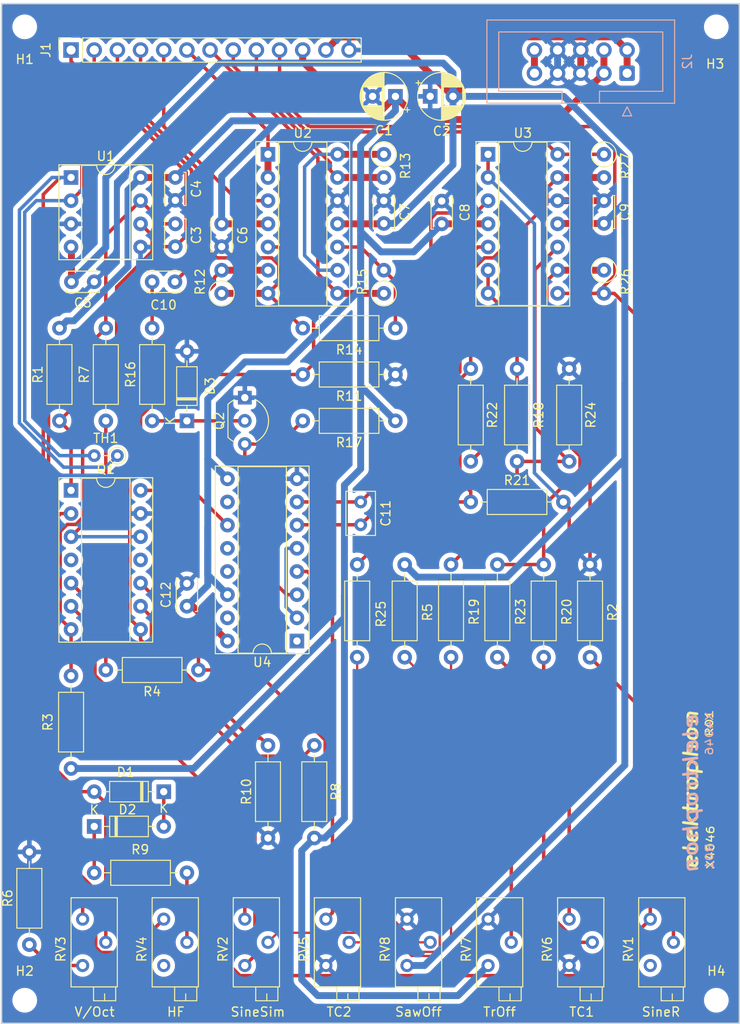
<source format=kicad_pcb>
(kicad_pcb (version 20221018) (generator pcbnew)
  (title_block (title "X4046") (date "2019-08-31") (rev "R01") (comment 1 "Original design by Thomas Henry") (comment 2 "PCB for main circuit") (comment 4 "License CC BY 4.0 - Attribution 4.0 International"))
  (layers (0 "F.Cu" signal) (31 "B.Cu" signal) (34 "B.Paste" user) (35 "F.Paste" user) (36 "B.SilkS" user "B.Silkscreen") (37 "F.SilkS" user "F.Silkscreen") (38 "B.Mask" user) (39 "F.Mask" user) (44 "Edge.Cuts" user))
  (net 0 "")
  (net 1 "GND")
  (net 2 "+15V")
  (net 3 "-15V")
  (net 4 "/LIN_FM")
  (net 5 "Net-(C3-Pad1)")
  (net 6 "/HARD_SYNC")
  (net 7 "Net-(C10-Pad1)")
  (net 8 "/CI_1")
  (net 9 "/CI_2")
  (net 10 "Net-(D1-A)")
  (net 11 "Net-(D1-K)")
  (net 12 "Net-(D2-K)")
  (net 13 "/PULSE")
  (net 14 "/SAW")
  (net 15 "/RAMPOID")
  (net 16 "/TRIANGLE")
  (net 17 "/SINE")
  (net 18 "/PWM")
  (net 19 "/SKEW")
  (net 20 "/EXP_FM")
  (net 21 "+5V")
  (net 22 "/CV")
  (net 23 "Net-(D3-K)")
  (net 24 "Net-(Q1C-C)")
  (net 25 "Net-(Q1C-B)")
  (net 26 "Net-(Q1A-E)")
  (net 27 "Net-(Q1C-E)")
  (net 30 "/SYNC")
  (net 31 "Net-(R5-Pad2)")
  (net 32 "Net-(R6-Pad1)")
  (net 33 "Net-(R9-Pad2)")
  (net 34 "Net-(Q1D-E)")
  (net 35 "Net-(Q1D-B)")
  (net 36 "Net-(U2B-+)")
  (net 37 "Net-(U2C--)")
  (net 38 "Net-(R19-Pad1)")
  (net 39 "Net-(U2C-+)")
  (net 40 "Net-(R20-Pad1)")
  (net 41 "Net-(U3C-+)")
  (net 42 "Net-(U3B--)")
  (net 43 "Net-(R23-Pad2)")
  (net 44 "Net-(R25-Pad2)")
  (net 45 "Net-(U3C--)")
  (net 46 "Net-(RV3-Pad1)")
  (net 47 "Net-(U3A--)")
  (net 48 "/VCO_OUT")
  (net 49 "Net-(U3D--)")
  (net 54 "Net-(U4-Inh)")
  (footprint "Capacitor_THT:CP_Radial_D5.0mm_P2.50mm" (layer "F.Cu") (at 93.98 60.96 180)
    (fp_text reference "C1")
    (fp_text value "10u")
  )
  (footprint "Capacitor_THT:CP_Radial_D5.0mm_P2.50mm" (layer "F.Cu") (at 97.79 60.96)
    (fp_text reference "C2")
    (fp_text value "10u")
  )
  (footprint "Capacitor_THT:C_Disc_D3.4mm_W2.1mm_P2.50mm" (layer "F.Cu") (at 69.85 74.93 -90)
    (fp_text reference "C3")
    (fp_text value "100p")
  )
  (footprint "Capacitor_THT:C_Disc_D3.4mm_W2.1mm_P2.50mm" (layer "F.Cu") (at 69.85 69.85 -90)
    (fp_text reference "C4")
    (fp_text value "0.1u")
  )
  (footprint "Capacitor_THT:C_Disc_D3.4mm_W2.1mm_P2.50mm" (layer "F.Cu") (at 60.96 81.28 180)
    (fp_text reference "C5")
    (fp_text value "0.1u")
  )
  (footprint "Capacitor_THT:C_Disc_D3.4mm_W2.1mm_P2.50mm" (layer "F.Cu") (at 74.93 74.93 -90)
    (fp_text reference "C6")
    (fp_text value "0.1u")
  )
  (footprint "Capacitor_THT:C_Disc_D3.4mm_W2.1mm_P2.50mm" (layer "F.Cu") (at 92.71 72.39 -90)
    (fp_text reference "C7")
    (fp_text value "0.1u")
  )
  (footprint "Capacitor_THT:C_Disc_D3.4mm_W2.1mm_P2.50mm" (layer "F.Cu") (at 99.06 74.93 90)
    (fp_text reference "C8")
    (fp_text value "0.1u")
  )
  (footprint "Capacitor_THT:C_Disc_D3.4mm_W2.1mm_P2.50mm" (layer "F.Cu") (at 116.84 72.39 -90)
    (fp_text reference "C9")
    (fp_text value "0.1u")
  )
  (footprint "Capacitor_THT:C_Disc_D3.4mm_W2.1mm_P2.50mm" (layer "F.Cu") (at 67.31 81.28)
    (fp_text reference "C10")
    (fp_text value "470p")
  )
  (footprint "Capacitor_THT:C_Rect_L4.6mm_W3.0mm_P2.50mm_MKS02_FKP02" (layer "F.Cu") (at 90.17 105.41 -90)
    (fp_text reference "C11")
    (fp_text value "0.01u (Mylar)")
  )
  (footprint "Diode_THT:D_DO-35_SOD27_P7.62mm_Horizontal" (layer "F.Cu") (at 68.58 137.16 180)
    (fp_text reference "D1")
    (fp_text value "1N4148")
  )
  (footprint "Diode_THT:D_DO-35_SOD27_P7.62mm_Horizontal" (layer "F.Cu") (at 60.96 140.97)
    (fp_text reference "D2")
    (fp_text value "1N4148")
  )
  (footprint "Diode_THT:D_DO-35_SOD27_P7.62mm_Horizontal" (layer "F.Cu") (at 71.12 96.52 90)
    (fp_text reference "D3")
    (fp_text value "1N4148")
  )
  (footprint "Connector_PinSocket_2.54mm:PinSocket_1x13_P2.54mm_Vertical" (layer "F.Cu") (at 58.42 55.88 90)
    (fp_text reference "J1")
    (fp_text value "01x13 Female")
  )
  (footprint "Package_TO_SOT_THT:TO-92_Inline_Wide" (layer "F.Cu") (at 77.47 93.98 -90)
    (fp_text reference "Q2")
    (fp_text value "2N3904")
  )
  (footprint "Resistor_THT:R_Axial_DIN0207_L6.3mm_D2.5mm_P10.16mm_Horizontal" (layer "F.Cu") (at 57.15 96.52 90)
    (fp_text reference "R1")
    (fp_text value "1.5meg")
  )
  (footprint "Resistor_THT:R_Axial_DIN0207_L6.3mm_D2.5mm_P10.16mm_Horizontal" (layer "F.Cu") (at 115.316 112.268 -90)
    (fp_text reference "R2")
    (fp_text value "2.2k")
  )
  (footprint "Resistor_THT:R_Axial_DIN0207_L6.3mm_D2.5mm_P10.16mm_Horizontal" (layer "F.Cu") (at 58.42 124.46 -90)
    (fp_text reference "R3")
    (fp_text value "10k")
  )
  (footprint "Resistor_THT:R_Axial_DIN0207_L6.3mm_D2.5mm_P10.16mm_Horizontal" (layer "F.Cu") (at 72.39 123.825 180)
    (fp_text reference "R4")
    (fp_text value "390")
  )
  (footprint "Resistor_THT:R_Axial_DIN0207_L6.3mm_D2.5mm_P10.16mm_Horizontal" (layer "F.Cu") (at 94.996 112.268 -90)
    (fp_text reference "R5")
    (fp_text value "18k")
  )
  (footprint "Resistor_THT:R_Axial_DIN0207_L6.3mm_D2.5mm_P10.16mm_Horizontal" (layer "F.Cu") (at 53.848 153.924 90)
    (fp_text reference "R6")
    (fp_text value "390")
  )
  (footprint "Resistor_THT:R_Axial_DIN0207_L6.3mm_D2.5mm_P10.16mm_Horizontal" (layer "F.Cu") (at 62.23 96.52 90)
    (fp_text reference "R7")
    (fp_text value "12k")
  )
  (footprint "Resistor_THT:R_Axial_DIN0207_L6.3mm_D2.5mm_P10.16mm_Horizontal" (layer "F.Cu") (at 85.09 132.08 -90)
    (fp_text reference "R8")
    (fp_text value "10k")
  )
  (footprint "Resistor_THT:R_Axial_DIN0207_L6.3mm_D2.5mm_P10.16mm_Horizontal" (layer "F.Cu") (at 60.96 146.05)
    (fp_text reference "R9")
    (fp_text value "10k")
  )
  (footprint "Resistor_THT:R_Axial_DIN0207_L6.3mm_D2.5mm_P10.16mm_Horizontal" (layer "F.Cu") (at 80.01 142.24 90)
    (fp_text reference "R10")
    (fp_text value "2.2k")
  )
  (footprint "Resistor_THT:R_Axial_DIN0207_L6.3mm_D2.5mm_P10.16mm_Horizontal" (layer "F.Cu") (at 93.98 91.44 180)
    (fp_text reference "R11")
    (fp_text value "10k")
  )
  (footprint "Resistor_THT:R_Axial_DIN0207_L6.3mm_D2.5mm_P2.54mm_Vertical" (layer "F.Cu") (at 74.93 82.55 90)
    (fp_text reference "R12")
    (fp_text value "10k")
  )
  (footprint "Resistor_THT:R_Axial_DIN0207_L6.3mm_D2.5mm_P2.54mm_Vertical" (layer "F.Cu") (at 92.71 67.31 -90)
    (fp_text reference "R13")
    (fp_text value "120k")
  )
  (footprint "Resistor_THT:R_Axial_DIN0207_L6.3mm_D2.5mm_P10.16mm_Horizontal" (layer "F.Cu") (at 93.98 86.36 180)
    (fp_text reference "R14")
    (fp_text value "2.2k")
  )
  (footprint "Resistor_THT:R_Axial_DIN0207_L6.3mm_D2.5mm_P2.54mm_Vertical" (layer "F.Cu") (at 92.71 82.55 90)
    (fp_text reference "R15")
    (fp_text value "2.2meg")
  )
  (footprint "Resistor_THT:R_Axial_DIN0207_L6.3mm_D2.5mm_P10.16mm_Horizontal" (layer "F.Cu") (at 67.31 96.52 90)
    (fp_text reference "R16")
    (fp_text value "100k")
  )
  (footprint "Resistor_THT:R_Axial_DIN0207_L6.3mm_D2.5mm_P10.16mm_Horizontal" (layer "F.Cu") (at 93.98 96.52 180)
    (fp_text reference "R17")
    (fp_text value "4.7k")
  )
  (footprint "Resistor_THT:R_Axial_DIN0207_L6.3mm_D2.5mm_P10.16mm_Horizontal" (layer "F.Cu") (at 107.315 90.805 -90)
    (fp_text reference "R18")
    (fp_text value "75k")
  )
  (footprint "Resistor_THT:R_Axial_DIN0207_L6.3mm_D2.5mm_P10.16mm_Horizontal" (layer "F.Cu") (at 100.076 122.428 90)
    (fp_text reference "R19")
    (fp_text value "100k")
  )
  (footprint "Resistor_THT:R_Axial_DIN0207_L6.3mm_D2.5mm_P10.16mm_Horizontal" (layer "F.Cu") (at 110.236 122.428 90)
    (fp_text reference "R20")
    (fp_text value "33k")
  )
  (footprint "Resistor_THT:R_Axial_DIN0207_L6.3mm_D2.5mm_P10.16mm_Horizontal" (layer "F.Cu") (at 102.235 105.41)
    (fp_text reference "R21")
    (fp_text value "75k")
  )
  (footprint "Resistor_THT:R_Axial_DIN0207_L6.3mm_D2.5mm_P10.16mm_Horizontal" (layer "F.Cu") (at 102.235 90.805 -90)
    (fp_text reference "R22")
    (fp_text value "75k")
  )
  (footprint "Resistor_THT:R_Axial_DIN0207_L6.3mm_D2.5mm_P10.16mm_Horizontal" (layer "F.Cu") (at 105.156 112.268 -90)
    (fp_text reference "R23")
    (fp_text value "220k")
  )
  (footprint "Resistor_THT:R_Axial_DIN0207_L6.3mm_D2.5mm_P10.16mm_Horizontal" (layer "F.Cu") (at 113.03 90.805 -90)
    (fp_text reference "R24")
    (fp_text value "120k")
  )
  (footprint "Resistor_THT:R_Axial_DIN0207_L6.3mm_D2.5mm_P10.16mm_Horizontal" (layer "F.Cu") (at 89.789 112.268 -90)
    (fp_text reference "R25")
    (fp_text value "220k")
  )
  (footprint "Resistor_THT:R_Axial_DIN0207_L6.3mm_D2.5mm_P2.54mm_Vertical" (layer "F.Cu") (at 116.84 80.01 -90)
    (fp_text reference "R26")
    (fp_text value "100k")
  )
  (footprint "Resistor_THT:R_Axial_DIN0207_L6.3mm_D2.5mm_P2.54mm_Vertical" (layer "F.Cu") (at 116.84 67.31 -90)
    (fp_text reference "R27")
    (fp_text value "100k")
  )
  (footprint "Potentiometer_THT:Potentiometer_Bourns_3296Z_Horizontal" (layer "F.Cu") (at 121.92 151.13 90)
    (fp_text reference "RV1")
    (fp_text value "100k")
  )
  (footprint "Potentiometer_THT:Potentiometer_Bourns_3296Z_Horizontal" (layer "F.Cu") (at 59.69 151.13 90)
    (fp_text reference "RV3")
    (fp_text value "100")
  )
  (footprint "Potentiometer_THT:Potentiometer_Bourns_3296Z_Horizontal" (layer "F.Cu") (at 68.58 151.13 90)
    (fp_text reference "RV4")
    (fp_text value "100k")
  )
  (footprint "Potentiometer_THT:Potentiometer_Bourns_3296Z_Horizontal" (layer "F.Cu") (at 86.36 151.13 90)
    (fp_text reference "RV5")
    (fp_text value "100k")
  )
  (footprint "Potentiometer_THT:Potentiometer_Bourns_3296Z_Horizontal" (layer "F.Cu") (at 113.03 151.13 90)
    (fp_text reference "RV6")
    (fp_text value "100k")
  )
  (footprint "Potentiometer_THT:Potentiometer_Bourns_3296Z_Horizontal" (layer "F.Cu") (at 104.14 151.13 90)
    (fp_text reference "RV7")
    (fp_text value "100k")
  )
  (footprint "Potentiometer_THT:Potentiometer_Bourns_3296Z_Horizontal" (layer "F.Cu") (at 95.25 151.13 90)
    (fp_text reference "RV8")
    (fp_text value "100k")
  )
  (footprint "Resistor_THT:R_Axial_DIN0204_L3.6mm_D1.6mm_P2.54mm_Vertical" (layer "F.Cu") (at 63.5 100.33 180)
    (fp_text reference "TH1")
    (fp_text value "2k +3500ppm/°C PTC")
  )
  (footprint "Package_DIP:DIP-14_W7.62mm_Socket" (layer "F.Cu") (at 80.01 67.31)
    (fp_text reference "U2")
    (fp_text value "TL074")
  )
  (footprint "Package_DIP:DIP-14_W7.62mm_Socket" (layer "F.Cu") (at 104.14 67.31)
    (fp_text reference "U3")
    (fp_text value "TL074")
  )
  (footprint "Package_DIP:DIP-16_W7.62mm_Socket" (layer "F.Cu") (at 83.185 120.65 180)
    (fp_text reference "U4")
    (fp_text value "4046")
  )
  (footprint "Potentiometer_THT:Potentiometer_Bourns_3296Z_Horizontal" (layer "F.Cu") (at 77.47 151.13 90)
    (fp_text reference "RV2")
    (fp_text value "50k")
  )
  (footprint "Capacitor_THT:C_Disc_D3.4mm_W2.1mm_P2.50mm" (layer "F.Cu") (at 71.12 116.84 90)
    (fp_text reference "C12")
    (fp_text value "0.1u")
  )
  (footprint "MountingHole:MountingHole_2.2mm_M2" (layer "F.Cu") (at 53.34 53.34)
    (fp_text reference "H1")
    (fp_text value "MountingHole" hide)
  )
  (footprint "MountingHole:MountingHole_2.2mm_M2" (layer "F.Cu") (at 53.34 160.02)
    (fp_text reference "H2")
    (fp_text value "MountingHole" hide)
  )
  (footprint "MountingHole:MountingHole_2.2mm_M2" (layer "F.Cu") (at 129.16 53.34)
    (fp_text reference "H3")
    (fp_text value "MountingHole" hide)
  )
  (footprint "MountingHole:MountingHole_2.2mm_M2" (layer "F.Cu") (at 129.16 160.02)
    (fp_text reference "H4")
    (fp_text value "MountingHole" hide)
  )
  (footprint "Package_DIP:DIP-14_W7.62mm_Socket" (layer "F.Cu") (at 58.42 104.14)
    (fp_text reference "Q1")
    (fp_text value "THAT300")
  )
  (footprint "Package_DIP:DIP-8_W7.62mm_Socket" (layer "F.Cu") (at 58.42 69.85)
    (fp_text reference "U1")
    (fp_text value "LF442")
  )
  (footprint "Connector_IDC:IDC-Header_2x05_P2.54mm_Vertical" (layer "B.Cu") (at 119.38 58.42 90)
    (fp_text reference "J2")
    (fp_text value "IDC Header")
  )
  (gr_line (start 50.8 162.56) (end 131.7 162.56) (stroke (width 0.15)) (layer "Edge.Cuts"))
  (gr_line (start 50.8 50.8) (end 50.8 162.56) (stroke (width 0.15)) (layer "Edge.Cuts"))
  (gr_line (start 50.8 50.8) (end 131.7 50.8) (stroke (width 0.15)) (layer "Edge.Cuts"))
  (gr_line (start 131.7 50.8) (end 131.7 162.56) (stroke (width 0.15)) (layer "Edge.Cuts"))
  (gr_text "elektrophon" (at 126.365 137.287 90) (layer "B.SilkS") (effects (font (size 1.5 2) (thickness 0.3) italic) (justify mirror)))
  (gr_text "X4046" (at 128.397 130.81 90) (layer "B.SilkS") (effects (font (size 0.8 1)) (justify mirror)))
  (gr_text "R01" (at 128.397 144.272 90) (layer "B.SilkS") (effects (font (size 0.8 1)) (justify mirror)))
  (gr_text "R01" (at 128.397 129.667 90) (layer "F.SilkS") (effects (font (size 0.8 1))))
  (gr_text "X4046" (at 128.524 143.256 90) (layer "F.SilkS") (effects (font (size 0.8 1))))
  (gr_text "elektrophon" (at 126.365 136.906 90) (layer "F.SilkS") (effects (font (size 1.5 2) (thickness 0.3) italic)))
  (gr_text "TC1" (at 114.4 161.3) (layer "F.SilkS") (effects (font (size 1 1))))
  (gr_text "TrOff" (at 105.4 161.3) (layer "F.SilkS") (effects (font (size 1 1))))
  (gr_text "SawOff" (at 96.5 161.3) (layer "F.SilkS") (effects (font (size 1 1))))
  (gr_text "TC2" (at 87.8 161.3) (layer "F.SilkS") (effects (font (size 1 1))))
  (gr_text "SineSim" (at 78.9 161.3) (layer "F.SilkS") (effects (font (size 1 1))))
  (gr_text "SineR" (at 123.1 161.3) (layer "F.SilkS") (effects (font (size 1 1))))
  (gr_text "V/Oct" (at 61 161.3) (layer "F.SilkS") (effects (font (size 1 1))))
  (gr_text "HF" (at 69.9 161.3) (layer "F.SilkS") (effects (font (size 1 1))))
  (segment (start 115.316 112.268) (end 115.316 93.091) (width 0.381) (layer "F.Cu") (net 1))
  (segment (start 116.84 72.39) (end 111.76 72.39) (width 0.76) (layer "F.Cu") (net 1))
  (segment (start 114.3 55.88) (end 114.3 58.42) (width 0.76) (layer "F.Cu") (net 1))
  (segment (start 115.316 93.091) (end 113.03 90.805) (width 0.381) (layer "F.Cu") (net 1))
  (segment (start 111.76 58.42) (end 111.76 55.88) (width 0.76) (layer "B.Cu") (net 1))
  (segment (start 104.14 74.93) (end 99.06 74.93) (width 0.76) (layer "F.Cu") (net 2))
  (segment (start 71.12 116.84) (end 71.755 116.84) (width 0.76) (layer "F.Cu") (net 2))
  (segment (start 93.98 60.96) (end 96.52 63.5) (width 0.76) (layer "F.Cu") (net 2))
  (segment (start 66.04 69.85) (end 69.85 69.85) (width 0.76) (layer "F.Cu") (net 2))
  (segment (start 93.98 60.96) (end 92.599999 62.340001) (width 0.76) (layer "F.Cu") (net 2))
  (segment (start 96.52 63.5) (end 111.76 63.5) (width 0.76) (layer "F.Cu") (net 2))
  (segment (start 71.755 116.84) (end 75.565 120.65) (width 0.76) (layer "F.Cu") (net 2))
  (segment (start 89.010001 62.340001) (end 83.82 57.15) (width 0.76) (layer "F.Cu") (net 2))
  (segment (start 111.76 63.5) (end 116.84 58.42) (width 0.76) (layer "F.Cu") (net 2))
  (segment (start 74.93 74.93) (end 80.01 74.93) (width 0.76) (layer "F.Cu") (net 2))
  (segment (start 116.84 58.42) (end 116.84 55.88) (width 0.76) (layer "F.Cu") (net 2))
  (segment (start 92.599999 62.340001) (end 89.010001 62.340001) (width 0.76) (layer "F.Cu") (net 2))
  (segment (start 83.82 57.15) (end 83.82 55.88) (width 0.76) (layer "F.Cu") (net 2))
  (segment (start 90.17 82.052402) (end 90.17 76.2) (width 0.76) (layer "B.Cu") (net 2))
  (segment (start 90.17 76.2) (end 90.17 87.884) (width 0.76) (layer "B.Cu") (net 2))
  (segment (start 58.722401 85.560001) (end 64.659999 79.622403) (width 0.76) (layer "B.Cu") (net 2))
  (segment (start 69.85 69.85) (end 76.055 63.645) (width 0.76) (layer "B.Cu") (net 2))
  (segment (start 88.392 118.087002) (end 88.392 115.697) (width 0.76) (layer "B.Cu") (net 2))
  (segment (start 104.14 156.21) (end 100.838 159.512) (width 0.76) (layer "B.Cu") (net 2))
  (segment (start 92.4 78) (end 90.17 75.77) (width 0.76) (layer "B.Cu") (net 2))
  (segment (start 73.406 100.711) (end 73.406 94.144) (width 0.76) (layer "B.Cu") (net 2))
  (segment (start 90.17 75.77) (end 90.17 74.295) (width 0.76) (layer "B.Cu") (net 2))
  (segment (start 73.406 94.144) (end 77.490001 90.059999) (width 0.76) (layer "B.Cu") (net 2))
  (segment (start 82.162403 90.059999) (end 90.17 82.052402) (width 0.76) (layer "B.Cu") (net 2))
  (segment (start 90.17 74.295) (end 90.17 76.2) (width 0.76) (layer "B.Cu") (net 2))
  (segment (start 95.99 78) (end 92.4 78) (width 0.76) (layer "B.Cu") (net 2))
  (segment (start 93.98 62.52) (end 90.17 66.33) (width 0.76) (layer "B.Cu") (net 2))
  (segment (start 85.09 142.24) (end 86.22137 142.24) (width 0.76) (layer "B.Cu") (net 2))
  (segment (start 76.055 63.645) (end 84.6 63.645) (width 0.76) (layer "B.Cu") (net 2))
  (segment (start 75.565 102.87) (end 73.406 100.711) (width 0.76) (layer "B.Cu") (net 2))
  (segment (start 57.949999 85.560001) (end 58.722401 85.560001) (width 0.76) (layer "B.Cu") (net 2))
  (segment (start 100.838 159.512) (end 85.471 159.512) (width 0.76) (layer "B.Cu") (net 2))
  (segment (start 71.859002 134.62) (end 88.392 118.087002) (width 0.76) (layer "B.Cu") (net 2))
  (segment (start 74.93 69.745998) (end 81.030998 63.645) (width 0.76) (layer "B.Cu") (net 2))
  (segment (start 90.17 66.33) (end 90.17 74.295) (width 0.76) (layer "B.Cu") (net 2))
  (segment (start 73.406 113.411) (end 73.406 111.506) (width 0.76) (layer "B.Cu") (net 2))
  (segment (start 85.471 159.512) (end 83.709999 157.750999) (width 0.76) (layer "B.Cu") (net 2))
  (segment (start 64.659999 79.622403) (end 64.659999 71.230001) (width 0.76) (layer "B.Cu") (net 2))
  (segment (start 83.709999 157.750999) (end 83.709999 143.620001) (width 0.76) (layer "B.Cu") (net 2))
  (segment (start 90.17 92.71) (end 90.17 87.884) (width 0.76) (layer "B.Cu") (net 2))
  (segment (start 73.406 114.554) (end 73.406 110.744) (width 0.76) (layer "B.Cu") (net 2))
  (segment (start 90.17 101.78) (end 90.17 87.884) (width 0.76) (layer "B.Cu") (net 2))
  (segment (start 84.6 63.645) (end 92.855 63.645) (width 0.76) (layer "B.Cu") (net 2))
  (segment (start 73.406 108.204) (end 73.406 100.711) (width 0.76) (layer "B.Cu") (net 2))
  (segment (start 77.490001 90.059999) (end 82.162403 90.059999) (width 0.76) (layer "B.Cu") (net 2))
  (segment (start 93.98 60.96) (end 93.98 62.52) (width 0.76) (layer "B.Cu") (net 2))
  (segment (start 58.42 134.62) (end 71.859002 134.62) (width 0.76) (layer "B.Cu") (net 2))
  (segment (start 88.392 115.697) (end 88.392 103.558) (width 0.76) (layer "B.Cu") (net 2))
  (segment (start 88.392 103.558) (end 90.17 101.78) (width 0.76) (layer "B.Cu") (net 2))
  (segment (start 75.565 115.57) (end 73.406 113.411) (width 0.76) (layer "B.Cu") (net 2))
  (segment (start 83.709999 143.620001) (end 85.09 142.24) (width 0.76) (layer "B.Cu") (net 2))
  (segment (start 93.98 96.52) (end 90.17 92.71) (width 0.76) (layer "B.Cu") (net 2))
  (segment (start 73.406 113.411) (end 73.406 108.204) (width 0.76) (layer "B.Cu") (net 2))
  (segment (start 86.22137 142.24) (end 88.392 140.06937) (width 0.76) (layer "B.Cu") (net 2))
  (segment (start 73.406 111.506) (end 73.406 110.744) (width 0.76) (layer "B.Cu") (net 2))
  (segment (start 71.12 116.84) (end 73.406 114.554) (width 0.76) (layer "B.Cu") (net 2))
  (segment (start 81.030998 63.645) (end 84.6 63.645) (width 0.76) (layer "B.Cu") (net 2))
  (segment (start 99.06 74.93) (end 95.99 78) (width 0.76) (layer "B.Cu") (net 2))
  (segment (start 93.98 62.52) (end 92.855 63.645) (width 0.76) (layer "B.Cu") (net 2))
  (segment (start 57.15 86.36) (end 57.949999 85.560001) (width 0.76) (layer "B.Cu") (net 2))
  (segment (start 88.392 140.06937) (end 88.392 115.697) (width 0.76) (layer "B.Cu") (net 2))
  (segment (start 73.406 110.744) (end 73.406 108.204) (width 0.76) (layer "B.Cu") (net 2))
  (segment (start 64.659999 71.230001) (end 66.04 69.85) (width 0.76) (layer "B.Cu") (net 2))
  (segment (start 74.93 74.93) (end 74.93 69.745998) (width 0.76) (layer "B.Cu") (net 2))
  (segment (start 96.640001 57.270001) (end 93.819999 54.449999) (width 0.76) (layer "F.Cu") (net 3))
  (segment (start 92.67 74.93) (end 92.71 74.89) (width 0.76) (layer "F.Cu") (net 3))
  (segment (start 87.63 74.93) (end 92.67 74.93) (width 0.76) (layer "F.Cu") (net 3))
  (segment (start 116.84 74.89) (end 111.8 74.89) (width 0.76) (layer "F.Cu") (net 3))
  (segment (start 106.813601 54.436399) (end 100.29 60.96) (width 0.76) (layer "F.Cu") (net 3))
  (segment (start 93.819999 54.449999) (end 87.790001 54.449999) (width 0.76) (layer "F.Cu") (net 3))
  (segment (start 87.790001 54.449999) (end 86.36 55.88) (width 0.76) (layer "F.Cu") (net 3))
  (segment (start 117.936399 54.436399) (end 106.813601 54.436399) (width 0.76) (layer "F.Cu") (net 3))
  (segment (start 119.38 55.88) (end 117.936399 54.436399) (width 0.76) (layer "F.Cu") (net 3))
  (segment (start 58.46 81.28) (end 58.46 77.51) (width 0.76) (layer "F.Cu") (net 3))
  (segment (start 58.46 77.51) (end 58.42 77.47) (width 0.76) (layer "F.Cu") (net 3))
  (segment (start 96.640001 57.310001) (end 96.640001 57.270001) (width 0.76) (layer "F.Cu") (net 3))
  (segment (start 100.29 60.96) (end 96.640001 57.310001) (width 0.76) (layer "F.Cu") (net 3))
  (segment (start 111.8 74.89) (end 111.76 74.93) (width 0.76) (layer "F.Cu") (net 3))
  (segment (start 119.38 55.88) (end 119.38 58.42) (width 0.76) (layer "F.Cu") (net 3))
  (segment (start 100.29 60.96) (end 100.29 58.38) (width 0.76) (layer "B.Cu") (net 3))
  (segment (start 100.29 68.46) (end 100.29 60.96) (width 0.76) (layer "B.Cu") (net 3))
  (segment (start 62.23 69.85) (end 62.23 77.51) (width 0.76) (layer "B.Cu") (net 3))
  (segment (start 100.29 58.38) (end 99.220001 57.310001) (width 0.76) (layer "B.Cu") (net 3))
  (segment (start 74.769999 57.310001) (end 62.23 69.85) (width 0.76) (layer "B.Cu") (net 3))
  (segment (start 116.84 74.89) (end 119.131201 72.598799) (width 0.76) (layer "B.Cu") (net 3))
  (segment (start 62.23 77.51) (end 58.46 81.28) (width 0.76) (layer "B.Cu") (net 3))
  (segment (start 106.199401 113.648001) (end 119.131201 100.716201) (width 0.76) (layer "B.Cu") (net 3))
  (segment (start 96.376001 113.648001) (end 106.199401 113.648001) (width 0.76) (layer "B.Cu") (net 3))
  (segment (start 119.131201 100.716201) (end 119.131201 92.397701) (width 0.76) (layer "B.Cu") (net 3))
  (segment (start 97.174002 156.21) (end 119.131201 134.252801) (width 0.76) (layer "B.Cu") (net 3))
  (segment (start 119.131201 92.397701) (end 119.131201 76.275) (width 0.76) (layer "B.Cu") (net 3))
  (segment (start 99.220001 57.310001) (end 74.769999 57.310001) (width 0.76) (layer "B.Cu") (net 3))
  (segment (start 95.25 156.21) (end 97.174002 156.21) (width 0.76) (layer "B.Cu") (net 3))
  (segment (start 92.71 74.89) (end 93.86 74.89) (width 0.76) (layer "B.Cu") (net 3))
  (segment (start 119.131201 67.649586) (end 112.441615 60.96) (width 0.76) (layer "B.Cu") (net 3))
  (segment (start 119.131201 76.275) (end 119.131201 72.598799) (width 0.76) (layer "B.Cu") (net 3))
  (segment (start 119.131201 134.252801) (end 119.131201 92.397701) (width 0.76) (layer "B.Cu") (net 3))
  (segment (start 112.441615 60.96) (end 100.29 60.96) (width 0.76) (layer "B.Cu") (net 3))
  (segment (start 93.86 74.89) (end 100.29 68.46) (width 0.76) (layer "B.Cu") (net 3))
  (segment (start 94.996 112.268) (end 96.376001 113.648001) (width 0.76) (layer "B.Cu") (net 3))
  (segment (start 119.131201 76.275) (end 119.131201 67.649586) (width 0.76) (layer "B.Cu") (net 3))
  (segment (start 71.0405 69.27855) (end 60.96 59.19805) (width 0.381) (layer "F.Cu") (net 4))
  (segment (start 67.31 76.2) (end 66.04 74.93) (width 0.381) (layer "F.Cu") (net 4))
  (segment (start 63.420501 90.249499) (end 63.420501 81.851441) (width 0.381) (layer "F.Cu") (net 4))
  (segment (start 68.54 77.43) (end 67.31 76.2) (width 0.381) (layer "F.Cu") (net 4))
  (segment (start 69.85 77.43) (end 68.54 77.43) (width 0.381) (layer "F.Cu") (net 4))
  (segment (start 58.42 97.79) (end 57.15 96.52) (width 0.381) (layer "F.Cu") (net 4))
  (segment (start 57.15 96.52) (end 63.420501 90.249499) (width 0.381) (layer "F.Cu") (net 4))
  (segment (start 67.31 77.961942) (end 67.31 76.2) (width 0.381) (layer "F.Cu") (net 4))
  (segment (start 63.420501 81.851441) (end 67.31 77.961942) (width 0.381) (layer "F.Cu") (net 4))
  (segment (start 58.42 104.14) (end 58.42 97.79) (width 0.381) (layer "F.Cu") (net 4))
  (segment (start 60.96 59.19805) (end 60.96 55.88) (width 0.381) (layer "F.Cu") (net 4))
  (segment (start 69.85 77.43) (end 71.0405 76.2395) (width 0.381) (layer "F.Cu") (net 4))
  (segment (start 71.0405 76.2395) (end 71.0405 69.27855) (width 0.381) (layer "F.Cu") (net 4))
  (segment (start 55.953014 142.804964) (end 61.119499 147.971449) (width 0.381) (layer "F.Cu") (net 5))
  (segment (start 61.696959 154.780501) (end 64.929499 154.780501) (width 0.381) (layer "F.Cu") (net 5))
  (segment (start 62.23 86.36) (end 62.23 76.2) (width 0.381) (layer "F.Cu") (net 5))
  (segment (start 64.929499 154.780501) (end 68.58 151.13) (width 0.381) (layer "F.Cu") (net 5))
  (segment (start 62.23 76.2) (end 66.04 72.39) (width 0.381) (layer "F.Cu") (net 5))
  (segment (start 68.58 74.93) (end 66.04 72.39) (width 0.381) (layer "F.Cu") (net 5))
  (segment (start 61.119499 147.971449) (end 61.119499 154.203041) (width 0.381) (layer "F.Cu") (net 5))
  (segment (start 62.23 86.36) (end 55.953014 92.636986) (width 0.381) (layer "F.Cu") (net 5))
  (segment (start 55.953014 92.636986) (end 55.953014 142.804964) (width 0.381) (layer "F.Cu") (net 5))
  (segment (start 61.119499 154.203041) (end 61.696959 154.780501) (width 0.381) (layer "F.Cu") (net 5))
  (segment (start 69.85 74.93) (end 68.58 74.93) (width 0.381) (layer "F.Cu") (net 5))
  (segment (start 71.621511 79.468489) (end 71.621511 69.037888) (width 0.381) (layer "F.Cu") (net 6))
  (segment (start 63.5 60.916377) (end 63.5 55.88) (width 0.381) (layer "F.Cu") (net 6))
  (segment (start 71.621511 69.037888) (end 63.5 60.916377) (width 0.381) (layer "F.Cu") (net 6))
  (segment (start 69.81 81.28) (end 71.621511 79.468489) (width 0.381) (layer "F.Cu") (net 6))
  (segment (start 67.31 86.36) (end 67.31 81.28) (width 0.381) (layer "F.Cu") (net 7))
  (segment (start 90.17 107.91) (end 83.225 107.91) (width 0.381) (layer "F.Cu") (net 8))
  (segment (start 100.463488 91.754839) (end 101.044499 91.173829) (width 0.381) (layer "F.Cu") (net 8))
  (segment (start 100.463488 97.616512) (end 100.463488 91.754839) (width 0.381) (layer "F.Cu") (net 8))
  (segment (start 90.17 107.91) (end 100.463488 97.616512) (width 0.381) (layer "F.Cu") (net 8))
  (segment (start 101.044499 79.434131) (end 103.00863 77.47) (width 0.381) (layer "F.Cu") (net 8))
  (segment (start 103.00863 77.47) (end 104.14 77.47) (width 0.381) (layer "F.Cu") (net 8))
  (segment (start 101.044499 91.173829) (end 101.044499 79.434131) (width 0.381) (layer "F.Cu") (net 8))
  (segment (start 83.225 107.91) (end 83.185 107.95) (width 0.381) (layer "F.Cu") (net 8))
  (segment (start 90.17 105.41) (end 97.869499 97.710501) (width 0.381) (layer "F.Cu") (net 9))
  (segment (start 98.488559 73.739499) (end 102.790501 73.739499) (width 0.381) (layer "F.Cu") (net 9))
  (segment (start 83.185 105.41) (end 90.17 105.41) (width 0.381) (layer "F.Cu") (net 9))
  (segment (start 97.869499 97.710501) (end 97.869499 74.358559) (width 0.381) (layer "F.Cu") (net 9))
  (segment (start 102.790501 73.739499) (end 104.14 72.39) (width 0.381) (layer "F.Cu") (net 9))
  (segment (start 97.869499 74.358559) (end 98.488559 73.739499) (width 0.381) (layer "F.Cu") (net 9))
  (segment (start 62.23 138.43) (end 60.96 137.16) (width 0.381) (layer "F.Cu") (net 10))
  (segment (start 56.534025 134.495967) (end 59.198058 137.16) (width 0.381) (layer "F.Cu") (net 10))
  (segment (start 56.534025 107.434605) (end 56.534025 134.495967) (width 0.381) (layer "F.Cu") (net 10))
  (segment (start 62.23 153.67) (end 62.23 138.43) (width 0.381) (layer "F.Cu") (net 10))
  (segment (start 57.28863 106.68) (end 56.534025 107.434605) (width 0.381) (layer "F.Cu") (net 10))
  (segment (start 58.42 106.68) (end 57.28863 106.68) (width 0.381) (layer "F.Cu") (net 10))
  (segment (start 59.198058 137.16) (end 60.96 137.16) (width 0.381) (layer "F.Cu") (net 10))
  (segment (start 68.58 137.16) (end 68.58 140.97) (width 0.381) (layer "F.Cu") (net 11))
  (segment (start 60.96 140.97) (end 60.96 146.05) (width 0.381) (layer "F.Cu") (net 12))
  (segment (start 73.66 55.88) (end 85.479489 67.699489) (width 0.381) (layer "F.Cu") (net 13))
  (segment (start 85.479489 80.399489) (end 87.63 82.55) (width 0.381) (layer "F.Cu") (net 13))
  (segment (start 87.63 82.55) (end 92.71 82.55) (width 0.76) (layer "F.Cu") (net 13))
  (segment (start 85.479489 67.699489) (end 85.479489 80.399489) (width 0.381) (layer "F.Cu") (net 13))
  (segment (start 116.84 67.31) (end 111.76 67.31) (width 0.381) (layer "F.Cu") (net 14))
  (segment (start 109.301522 64.851522) (end 84.274866 64.851522) (width 0.381) (layer "F.Cu") (net 14))
  (segment (start 84.274866 64.851522) (end 78.74 59.316655) (width 0.381) (layer "F.Cu") (net 14))
  (segment (start 78.74 59.316655) (end 78.74 55.88) (width 0.381) (layer "F.Cu") (net 14))
  (segment (start 111.76 67.31) (end 109.301522 64.851522) (width 0.381) (layer "F.Cu") (net 14))
  (segment (start 80.01 67.31) (end 80.01 69.85) (width 0.76) (layer "F.Cu") (net 15))
  (segment (start 80.01 64.77) (end 71.12 55.88) (width 0.381) (layer "F.Cu") (net 15))
  (segment (start 80.01 67.31) (end 80.01 64.77) (width 0.381) (layer "F.Cu") (net 15))
  (segment (start 115.562453 64.270511) (end 84.515529 64.270511) (width 0.381) (layer "F.Cu") (net 16))
  (segment (start 84.515529 64.270511) (end 81.28 61.034982) (width 0.381) (layer "F.Cu") (net 16))
  (segment (start 117.97137 82.55) (end 124.46 89.03863) (width 0.381) (layer "F.Cu") (net 16))
  (segment (start 81.28 61.034982) (end 81.28 55.88) (width 0.381) (layer "F.Cu") (net 16))
  (segment (start 116.061942 82.55) (end 118.030501 80.581441) (width 0.381) (layer "F.Cu") (net 16))
  (segment (start 124.46 89.03863) (end 124.46 153.67) (width 0.381) (layer "F.Cu") (net 16))
  (segment (start 111.76 82.55) (end 116.061942 82.55) (width 0.381) (layer "F.Cu") (net 16))
  (segment (start 118.030501 66.738559) (end 115.562453 64.270511) (width 0.381) (layer "F.Cu") (net 16))
  (segment (start 118.030501 80.581441) (end 118.030501 66.738559) (width 0.381) (layer "F.Cu") (net 16))
  (segment (start 116.84 82.55) (end 117.97137 82.55) (width 0.381) (layer "F.Cu") (net 16))
  (segment (start 116.84 82.55) (end 116.15101 82.55) (width 0.381) (layer "F.Cu") (net 16))
  (segment (start 80.422443 78.660501) (end 74.398559 78.660501) (width 0.381) (layer "F.Cu") (net 17))
  (segment (start 81.200501 81.359499) (end 81.200501 79.438559) (width 0.381) (layer "F.Cu") (net 17))
  (segment (start 80.01 82.55) (end 81.200501 81.359499) (width 0.381) (layer "F.Cu") (net 17))
  (segment (start 66.04 55.88) (end 66.04 62.634705) (width 0.381) (layer "F.Cu") (net 17))
  (segment (start 66.04 62.634705) (end 73.457648 70.052352) (width 0.381) (layer "F.Cu") (net 17))
  (segment (start 74.398559 78.660501) (end 73.457648 77.71959) (width 0.381) (layer "F.Cu") (net 17))
  (segment (start 81.200501 79.438559) (end 80.422443 78.660501) (width 0.381) (layer "F.Cu") (net 17))
  (segment (start 74.93 82.55) (end 80.01 82.55) (width 0.76) (layer "F.Cu") (net 17))
  (segment (start 80.01 82.55) (end 83.82 86.36) (width 0.381) (layer "F.Cu") (net 17))
  (segment (start 73.457648 77.71959) (end 73.457648 70.052352) (width 0.381) (layer "F.Cu") (net 17))
  (segment (start 86.830001 68.228329) (end 76.2 57.598328) (width 0.381) (layer "F.Cu") (net 18))
  (segment (start 87.63 69.85) (end 86.830001 69.050001) (width 0.381) (layer "F.Cu") (net 18))
  (segment (start 86.830001 69.050001) (end 86.830001 68.228329) (width 0.381) (layer "F.Cu") (net 18))
  (segment (start 76.2 57.598328) (end 76.2 55.88) (width 0.381) (layer "F.Cu") (net 18))
  (segment (start 87.63 69.85) (end 92.71 69.85) (width 0.76) (layer "F.Cu") (net 18))
  (segment (start 68.58 64.258173) (end 68.58 55.88) (width 0.381) (layer "F.Cu") (net 19))
  (segment (start 76.711827 72.39) (end 68.58 64.258173) (width 0.381) (layer "F.Cu") (net 19))
  (segment (start 80.01 72.39) (end 76.711827 72.39) (width 0.381) (layer "F.Cu") (net 19))
  (segment (start 58.42 72.39) (end 59.610501 71.199499) (width 0.381) (layer "F.Cu") (net 20))
  (segment (start 59.610501 71.199499) (end 59.610501 58.301501) (width 0.381) (layer "F.Cu") (net 20))
  (segment (start 58.42 57.111) (end 58.42 55.88) (width 0.381) (layer "F.Cu") (net 20))
  (segment (start 59.610501 58.301501) (end 58.42 57.111) (width 0.381) (layer "F.Cu") (net 20))
  (segment (start 57.15 100.33) (end 53.34 96.52) (width 0.381) (layer "B.Cu") (net 20))
  (segment (start 53.34 96.52) (end 53.34 73.66) (width 0.381) (layer "B.Cu") (net 20))
  (segment (start 53.34 73.66) (end 54.61 72.39) (width 0.381) (layer "B.Cu") (net 20))
  (segment (start 60.96 100.33) (end 57.15 100.33) (width 0.381) (layer "B.Cu") (net 20))
  (segment (start 54.61 72.39) (end 58.42 72.39) (width 0.381) (layer "B.Cu") (net 20))
  (segment (start 109.22 55.88) (end 109.22 58.42) (width 0.76) (layer "F.Cu") (net 21))
  (segment (start 71.755 104.14) (end 75.565 107.95) (width 0.381) (layer "F.Cu") (net 22))
  (segment (start 66.04 104.14) (end 71.755 104.14) (width 0.381) (layer "F.Cu") (net 22))
  (segment (start 71.12 96.52) (end 67.31 96.52) (width 0.381) (layer "F.Cu") (net 23))
  (segment (start 77.47 96.52) (end 71.12 96.52) (width 0.381) (layer "F.Cu") (net 23))
  (segment (start 74.93 80.01) (end 74.130001 80.809999) (width 0.381) (layer "F.Cu") (net 24))
  (segment (start 59.69 96.028058) (end 59.69 107.128328) (width 0.381) (layer "F.Cu") (net 24))
  (segment (start 58.42 124.46) (end 58.42 119.38) (width 0.381) (layer "F.Cu") (net 24))
  (segment (start 58.947827 107.870501) (end 59.69 107.128328) (width 0.381) (layer "F.Cu") (net 24))
  (segment (start 74.130001 80.809999) (end 74.130001 81.588057) (width 0.381) (layer "F.Cu") (net 24))
  (segment (start 57.229499 118.189499) (end 57.229499 108.648559) (width 0.381) (layer "F.Cu") (net 24))
  (segment (start 58.42 119.38) (end 57.229499 118.189499) (width 0.381) (layer "F.Cu") (net 24))
  (segment (start 80.01 80.01) (end 74.93 80.01) (width 0.76) (layer "F.Cu") (net 24))
  (segment (start 57.229499 108.648559) (end 58.007557 107.870501) (width 0.381) (layer "F.Cu") (net 24))
  (segment (start 58.007557 107.870501) (end 58.947827 107.870501) (width 0.381) (layer "F.Cu") (net 24))
  (segment (start 74.130001 81.588057) (end 59.69 96.028058) (width 0.381) (layer "F.Cu") (net 24))
  (segment (start 73.731529 137.088471) (end 73.731529 154.115071) (width 0.381) (layer "F.Cu") (net 25))
  (segment (start 115.729499 157.320501) (end 121.92 151.13) (width 0.381) (layer "F.Cu") (net 25))
  (segment (start 61.039499 119.459499) (end 58.42 116.84) (width 0.381) (layer "F.Cu") (net 25))
  (segment (start 73.731529 154.115071) (end 76.936959 157.320501) (width 0.381) (layer "F.Cu") (net 25))
  (segment (start 121.92 151.13) (end 121.92 129.032) (width 0.381) (layer "F.Cu") (net 25))
  (segment (start 76.936959 157.320501) (end 115.729499 157.320501) (width 0.381) (layer "F.Cu") (net 25))
  (segment (start 61.039499 124.396441) (end 61.039499 119.459499) (width 0.381) (layer "F.Cu") (net 25))
  (segment (start 121.92 129.032) (end 115.316 122.428) (width 0.381) (layer "F.Cu") (net 25))
  (segment (start 73.731529 137.088471) (end 61.039499 124.396441) (width 0.381) (layer "F.Cu") (net 25))
  (segment (start 62.23 96.52) (end 62.23 105.41) (width 0.381) (layer "F.Cu") (net 26))
  (segment (start 62.23 105.41) (end 58.42 109.22) (width 0.381) (layer "F.Cu") (net 26))
  (segment (start 58.42 109.22) (end 66.04 109.22) (width 0.381) (layer "B.Cu") (net 26))
  (segment (start 59.69 115.57) (end 58.42 114.3) (width 0.381) (layer "F.Cu") (net 27))
  (segment (start 77.47 151.13) (end 77.47 133.35) (width 0.381) (layer "F.Cu") (net 27))
  (segment (start 62.23 118.11) (end 59.69 115.57) (width 0.381) (layer "F.Cu") (net 27))
  (segment (start 59.69 115.57) (end 77.47 133.35) (width 0.381) (layer "F.Cu") (net 27))
  (segment (start 62.23 123.825) (end 62.23 118.11) (width 0.381) (layer "F.Cu") (net 27))
  (segment (start 81.28 99.06) (end 83.82 96.52) (width 0.381) (layer "F.Cu") (net 30))
  (segment (start 77.47 99.06) (end 81.28 99.06) (width 0.381) (layer "F.Cu") (net 30))
  (segment (start 82.05363 115.57) (end 83.185 115.57) (width 0.381) (layer "F.Cu") (net 30))
  (segment (start 77.47 99.06) (end 77.47 110.98637) (width 0.381) (layer "F.Cu") (net 30))
  (segment (start 77.47 110.98637) (end 82.05363 115.57) (width 0.381) (layer "F.Cu") (net 30))
  (segment (start 98.291601 154.715001) (end 95.938014 154.715001) (width 0.25) (layer "F.Cu") (net 31))
  (segment (start 98.835001 154.171601) (end 98.291601 154.715001) (width 0.25) (layer "F.Cu") (net 31))
  (segment (start 93.848012 152.624999) (end 81.055001 152.624999) (width 0.25) (layer "F.Cu") (net 31))
  (segment (start 95.938014 154.715001) (end 93.848012 152.624999) (width 0.25) (layer "F.Cu") (net 31))
  (segment (start 94.996 122.428) (end 98.835001 126.267001) (width 0.25) (layer "F.Cu") (net 31))
  (segment (start 98.835001 126.267001) (end 98.835001 154.171601) (width 0.25) (layer "F.Cu") (net 31))
  (segment (start 81.055001 152.624999) (end 80.01 153.67) (width 0.25) (layer "F.Cu") (net 31))
  (segment (start 56.134 156.21) (end 53.848 153.924) (width 0.381) (layer "F.Cu") (net 32))
  (segment (start 59.69 156.21) (end 56.134 156.21) (width 0.381) (layer "F.Cu") (net 32))
  (segment (start 71.12 146.05) (end 71.12 153.67) (width 0.381) (layer "F.Cu") (net 33))
  (segment (start 86.280501 133.429499) (end 86.280501 131.508559) (width 0.381) (layer "F.Cu") (net 34))
  (segment (start 72.39 120.65) (end 66.04 114.3) (width 0.381) (layer "F.Cu") (net 34))
  (segment (start 77.47 156.21) (end 78.580501 155.099499) (width 0.381) (layer "F.Cu") (net 34))
  (segment (start 78.596942 123.825) (end 72.39 123.825) (width 0.381) (layer "F.Cu") (net 34))
  (segment (start 72.39 123.825) (end 72.39 120.65) (width 0.381) (layer "F.Cu") (net 34))
  (segment (start 86.280501 131.508559) (end 78.596942 123.825) (width 0.381) (layer "F.Cu") (net 34))
  (segment (start 78.580501 155.099499) (end 78.580501 141.129499) (width 0.381) (layer "F.Cu") (net 34))
  (segment (start 78.580501 141.129499) (end 86.280501 133.429499) (width 0.381) (layer "F.Cu") (net 34))
  (segment (start 80.01 132.08) (end 79.210001 131.280001) (width 0.381) (layer "F.Cu") (net 35))
  (segment (start 79.210001 131.280001) (end 78.083059 131.280001) (width 0.381) (layer "F.Cu") (net 35))
  (segment (start 78.083059 131.280001) (end 67.230501 120.427443) (width 0.381) (layer "F.Cu") (net 35))
  (segment (start 67.230501 120.427443) (end 67.230501 118.030501) (width 0.381) (layer "F.Cu") (net 35))
  (segment (start 67.230501 118.030501) (end 66.04 116.84) (width 0.381) (layer "F.Cu") (net 35))
  (segment (start 85.010501 90.249499) (end 85.010501 81.339131) (width 0.381) (layer "F.Cu") (net 36))
  (segment (start 83.899499 133.270501) (end 78.799131 133.270501) (width 0.381) (layer "F.Cu") (net 36))
  (segment (start 66.04 96.028058) (end 70.628058 91.44) (width 0.381) (layer "F.Cu") (net 36))
  (segment (start 66.04 120.51137) (end 66.04 119.38) (width 0.381) (layer "F.Cu") (net 36))
  (segment (start 66.04 119.38) (end 64.849499 118.189499) (width 0.381) (layer "F.Cu") (net 36))
  (segment (start 64.849499 101.520501) (end 66.04 100.33) (width 0.381) (layer "F.Cu") (net 36))
  (segment (start 81.14137 77.47) (end 80.01 77.47) (width 0.381) (layer "F.Cu") (net 36))
  (segment (start 66.04 100.33) (end 66.04 96.028058) (width 0.381) (layer "F.Cu") (net 36))
  (segment (start 85.09 132.08) (end 83.899499 133.270501) (width 0.381) (layer "F.Cu") (net 36))
  (segment (start 85.010501 81.339131) (end 81.14137 77.47) (width 0.381) (layer "F.Cu") (net 36))
  (segment (start 83.82 91.44) (end 85.010501 90.249499) (width 0.381) (layer "F.Cu") (net 36))
  (segment (start 64.849499 118.189499) (end 64.849499 101.520501) (width 0.381) (layer "F.Cu") (net 36))
  (segment (start 70.628058 91.44) (end 83.82 91.44) (width 0.381) (layer "F.Cu") (net 36))
  (segment (start 78.799131 133.270501) (end 66.04 120.51137) (width 0.381) (layer "F.Cu") (net 36))
  (segment (start 92.71 67.31) (end 87.63 67.31) (width 0.76) (layer "F.Cu") (net 37))
  (segment (start 87.63 67.31) (end 85.39 67.31) (width 0.381) (layer "B.Cu") (net 37))
  (segment (start 85.39 67.31) (end 84.025 68.675) (width 0.381) (layer "B.Cu") (net 37))
  (segment (start 85.635 80.01) (end 87.63 80.01) (width 0.381) (layer "B.Cu") (net 37))
  (segment (start 84.025 78.4) (end 85.635 80.01) (width 0.381) (layer "B.Cu") (net 37))
  (segment (start 84.025 68.675) (end 84.025 78.4) (width 0.381) (layer "B.Cu") (net 37))
  (segment (start 98.478001 155.165012) (end 95.751614 155.165012) (width 0.25) (layer "F.Cu") (net 38))
  (segment (start 100.076 153.567013) (end 98.478001 155.165012) (width 0.25) (layer "F.Cu") (net 38))
  (segment (start 94.256603 153.67) (end 88.9 153.67) (width 0.25) (layer "F.Cu") (net 38))
  (segment (start 100.076 122.428) (end 100.076 153.567013) (width 0.25) (layer "F.Cu") (net 38))
  (segment (start 95.751614 155.165012) (end 94.256603 153.67) (width 0.25) (layer "F.Cu") (net 38))
  (segment (start 93.98 81.28) (end 93.98 86.36) (width 0.381) (layer "F.Cu") (net 39))
  (segment (start 92.71 80.01) (end 93.98 81.28) (width 0.381) (layer "F.Cu") (net 39))
  (segment (start 90.17 77.47) (end 92.71 80.01) (width 0.381) (layer "F.Cu") (net 39))
  (segment (start 87.63 77.47) (end 90.17 77.47) (width 0.381) (layer "F.Cu") (net 39))
  (segment (start 113.926458 153.67) (end 110.236 149.979542) (width 0.381) (layer "F.Cu") (net 40))
  (segment (start 115.57 153.67) (end 113.926458 153.67) (width 0.381) (layer "F.Cu") (net 40))
  (segment (start 110.236 149.979542) (end 110.236 122.428) (width 0.381) (layer "F.Cu") (net 40))
  (segment (start 107.315 105.029) (end 107.315 100.965) (width 0.381) (layer "F.Cu") (net 41))
  (segment (start 100.076 112.268) (end 107.315 105.029) (width 0.381) (layer "F.Cu") (net 41))
  (segment (start 109.273991 79.956009) (end 111.76 77.47) (width 0.381) (layer "F.Cu") (net 41))
  (segment (start 109.273991 97.208991) (end 109.273991 79.956009) (width 0.381) (layer "F.Cu") (net 41))
  (segment (start 107.315 100.965) (end 113.03 100.965) (width 0.381) (layer "F.Cu") (net 41))
  (segment (start 113.03 100.965) (end 109.273991 97.208991) (width 0.381) (layer "F.Cu") (net 41))
  (segment (start 104.14 82.55) (end 104.14 80.01) (width 0.381) (layer "F.Cu") (net 42))
  (segment (start 107.315 90.805) (end 107.315 85.725) (width 0.381) (layer "F.Cu") (net 42))
  (segment (start 107.315 85.725) (end 104.14 82.55) (width 0.381) (layer "F.Cu") (net 42))
  (segment (start 102.235 100.965) (end 107.315 95.885) (width 0.381) (layer "F.Cu") (net 42))
  (segment (start 107.315 95.885) (end 107.315 90.805) (width 0.381) (layer "F.Cu") (net 42))
  (segment (start 106.68 123.952) (end 105.156 122.428) (width 0.381) (layer "F.Cu") (net 43))
  (segment (start 106.68 153.67) (end 106.68 123.952) (width 0.381) (layer "F.Cu") (net 43))
  (segment (start 89.789 147.215602) (end 89.789 122.428) (width 0.25) (layer "F.Cu") (net 44))
  (segment (start 97.79 153.67) (end 96.243398 153.67) (width 0.25) (layer "F.Cu") (net 44))
  (segment (start 96.243398 153.67) (end 89.789 147.215602) (width 0.25) (layer "F.Cu") (net 44))
  (segment (start 110.569499 96.742557) (end 114.220501 100.393559) (width 0.381) (layer "F.Cu") (net 45))
  (segment (start 114.220501 101.822557) (end 110.236 105.807058) (width 0.381) (layer "F.Cu") (net 45))
  (segment (start 105.156 112.268) (end 110.236 112.268) (width 0.381) (layer "F.Cu") (net 45))
  (segment (start 111.76 80.01) (end 116.84 80.01) (width 0.76) (layer "F.Cu") (net 45))
  (segment (start 114.220501 100.393559) (end 114.220501 101.822557) (width 0.381) (layer "F.Cu") (net 45))
  (segment (start 110.569499 81.200501) (end 110.569499 96.742557) (width 0.381) (layer "F.Cu") (net 45))
  (segment (start 111.76 80.01) (end 110.569499 81.200501) (width 0.381) (layer "F.Cu") (net 45))
  (segment (start 110.236 105.807058) (end 110.236 112.268) (width 0.381) (layer "F.Cu") (net 45))
  (segment (start 55.372003 71.716997) (end 57.239 69.85) (width 0.381) (layer "F.Cu") (net 46))
  (segment (start 55.372003 143.045625) (end 55.372003 71.716997) (width 0.381) (layer "F.Cu") (net 46))
  (segment (start 57.239 69.85) (end 58.42 69.85) (width 0.381) (layer "F.Cu") (net 46))
  (segment (start 59.69 147.363622) (end 55.372003 143.045625) (width 0.381) (layer "F.Cu") (net 46))
  (segment (start 59.69 151.13) (end 59.69 147.363622) (width 0.381) (layer "F.Cu") (net 46))
  (segment (start 52.758989 73.419338) (end 56.328327 69.85) (width 0.381) (layer "B.Cu") (net 46))
  (segment (start 57.598328 101.6) (end 52.758989 96.760662) (width 0.381) (layer "B.Cu") (net 46))
  (segment (start 56.328327 69.85) (end 58.42 69.85) (width 0.381) (layer "B.Cu") (net 46))
  (segment (start 63.5 100.33) (end 62.23 101.6) (width 0.381) (layer "B.Cu") (net 46))
  (segment (start 62.23 101.6) (end 57.598328 101.6) (width 0.381) (layer "B.Cu") (net 46))
  (segment (start 52.758989 96.760662) (end 52.758989 73.419338) (width 0.381) (layer "B.Cu") (net 46))
  (segment (start 113.03 151.13) (end 113.03 106.045) (width 0.381) (layer "F.Cu") (net 47))
  (segment (start 112.395 105.41) (end 113.03 106.045) (width 0.381) (layer "F.Cu") (net 47))
  (segment (start 104.14 67.31) (end 104.14 69.85) (width 0.381) (layer "F.Cu") (net 47))
  (segment (start 109.22 102.235) (end 112.395 105.41) (width 0.381) (layer "B.Cu") (net 47))
  (segment (start 109.22 74.93) (end 109.22 102.235) (width 0.381) (layer "B.Cu") (net 47))
  (segment (start 104.14 69.85) (end 109.22 74.93) (width 0.381) (layer "B.Cu") (net 47))
  (segment (start 87.079999 115.793629) (end 84.31637 113.03) (width 0.381) (layer "F.Cu") (net 48))
  (segment (start 86.36 151.13) (end 87.079999 150.410001) (width 0.381) (layer "F.Cu") (net 48))
  (segment (start 84.31637 113.03) (end 83.185 113.03) (width 0.381) (layer "F.Cu") (net 48))
  (segment (start 87.079999 150.410001) (end 87.079999 115.793629) (width 0.381) (layer "F.Cu") (net 48))
  (segment (start 102.235 80.153058) (end 103.727557 78.660501) (width 0.381) (layer "F.Cu") (net 49))
  (segment (start 102.235 90.805) (end 102.235 80.153058) (width 0.381) (layer "F.Cu") (net 49))
  (segment (start 110.569499 72.802443) (end 110.569499 71.040501) (width 0.381) (layer "F.Cu") (net 49))
  (segment (start 110.569499 71.040501) (end 111.76 69.85) (width 0.381) (layer "F.Cu") (net 49))
  (segment (start 101.044499 103.088129) (end 101.044499 91.995501) (width 0.381) (layer "F.Cu") (net 49))
  (segment (start 102.235 104.27863) (end 101.044499 103.088129) (width 0.381) (layer "F.Cu") (net 49))
  (segment (start 102.235 105.41) (end 96.647 105.41) (width 0.381) (layer "F.Cu") (net 49))
  (segment (start 102.235 105.41) (end 102.235 104.27863) (width 0.381) (layer "F.Cu") (net 49))
  (segment (start 103.727557 78.660501) (end 104.711441 78.660501) (width 0.381) (layer "F.Cu") (net 49))
  (segment (start 96.647 105.41) (end 89.789 112.268) (width 0.381) (layer "F.Cu") (net 49))
  (segment (start 104.711441 78.660501) (end 110.569499 72.802443) (width 0.381) (layer "F.Cu") (net 49))
  (segment (start 111.76 69.85) (end 116.84 69.85) (width 0.76) (layer "F.Cu") (net 49))
  (segment (start 101.044499 91.995501) (end 102.235 90.805) (width 0.381) (layer "F.Cu") (net 49))
  (segment (start 83.185 110.49) (end 82.05363 110.49) (width 0.381) (layer "B.Cu") (net 54))
  (segment (start 81.994499 110.549131) (end 81.994499 116.919499) (width 0.381) (layer "B.Cu") (net 54))
  (segment (start 81.994499 116.919499) (end 83.185 118.11) (width 0.381) (layer "B.Cu") (net 54))
  (segment (start 82.05363 110.49) (end 81.994499 110.549131) (width 0.381) (layer "B.Cu") (net 54))
  (zone (net 1) (net_name "GND") (layer "B.Cu") (connect_pads (clearance 0.508)) (min_thickness 0.254) (fill yes (thermal_gap 0.508) (thermal_bridge_width 0.508))
    (polygon (pts (xy 50.8 50.8) (xy 131.7 50.8) (xy 131.7 162.5) (xy 50.8 162.6)))
  )
)
</source>
